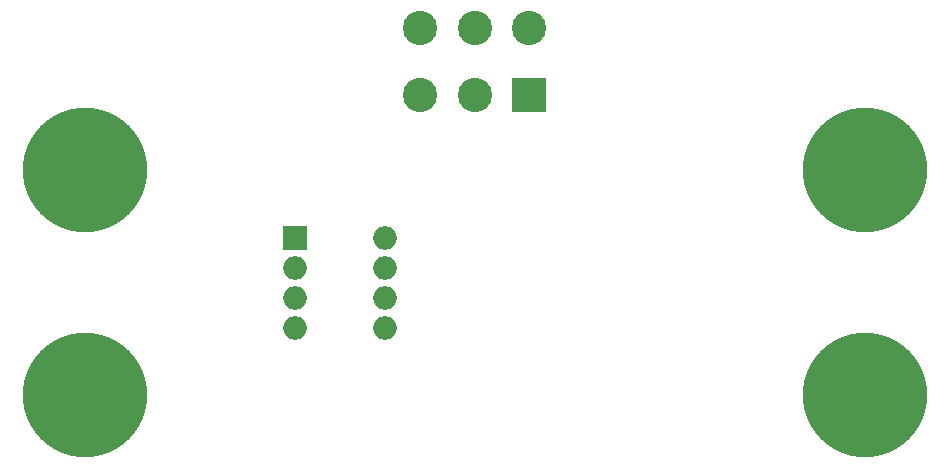
<source format=gbr>
G04 #@! TF.FileFunction,Soldermask,Top*
%FSLAX46Y46*%
G04 Gerber Fmt 4.6, Leading zero omitted, Abs format (unit mm)*
G04 Created by KiCad (PCBNEW 4.0.5) date 12/26/17 19:06:58*
%MOMM*%
%LPD*%
G01*
G04 APERTURE LIST*
%ADD10C,0.100000*%
%ADD11C,10.560000*%
%ADD12R,2.000000X2.000000*%
%ADD13O,2.000000X2.000000*%
%ADD14R,2.900000X2.900000*%
%ADD15C,2.900000*%
G04 APERTURE END LIST*
D10*
D11*
X177165000Y-92710000D03*
X177165000Y-73662000D03*
D12*
X128905000Y-79375000D03*
D13*
X136525000Y-86995000D03*
X128905000Y-81915000D03*
X136525000Y-84455000D03*
X128905000Y-84455000D03*
X136525000Y-81915000D03*
X128905000Y-86995000D03*
X136525000Y-79375000D03*
D14*
X148717000Y-67310000D03*
D15*
X144117000Y-67310000D03*
X139517000Y-67310000D03*
X148717000Y-61610000D03*
X144117000Y-61610000D03*
X139517000Y-61610000D03*
D11*
X111125000Y-92710000D03*
X111125000Y-73662000D03*
M02*

</source>
